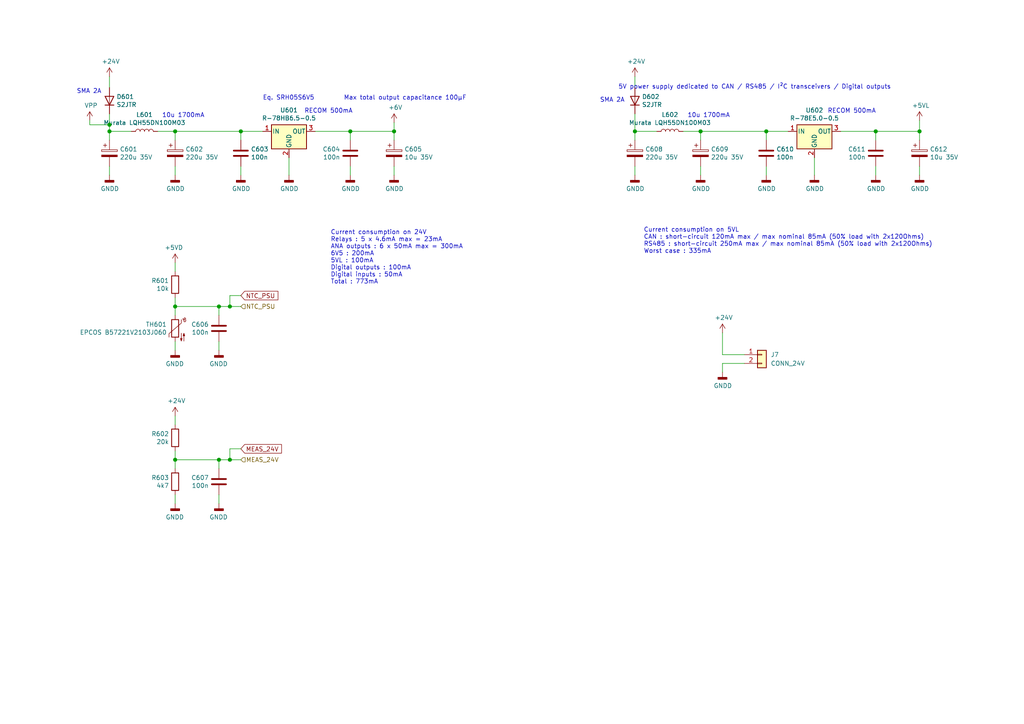
<source format=kicad_sch>
(kicad_sch (version 20211123) (generator eeschema)

  (uuid c853af71-c8a2-453b-b8eb-360fe6d94b57)

  (paper "A4")

  (lib_symbols
    (symbol "Connector_Generic:Conn_01x02" (pin_names (offset 1.016) hide) (in_bom yes) (on_board yes)
      (property "Reference" "J" (id 0) (at 0 2.54 0)
        (effects (font (size 1.27 1.27)))
      )
      (property "Value" "Conn_01x02" (id 1) (at 0 -5.08 0)
        (effects (font (size 1.27 1.27)))
      )
      (property "Footprint" "" (id 2) (at 0 0 0)
        (effects (font (size 1.27 1.27)) hide)
      )
      (property "Datasheet" "~" (id 3) (at 0 0 0)
        (effects (font (size 1.27 1.27)) hide)
      )
      (property "ki_keywords" "connector" (id 4) (at 0 0 0)
        (effects (font (size 1.27 1.27)) hide)
      )
      (property "ki_description" "Generic connector, single row, 01x02, script generated (kicad-library-utils/schlib/autogen/connector/)" (id 5) (at 0 0 0)
        (effects (font (size 1.27 1.27)) hide)
      )
      (property "ki_fp_filters" "Connector*:*_1x??_*" (id 6) (at 0 0 0)
        (effects (font (size 1.27 1.27)) hide)
      )
      (symbol "Conn_01x02_1_1"
        (rectangle (start -1.27 -2.413) (end 0 -2.667)
          (stroke (width 0.1524) (type default) (color 0 0 0 0))
          (fill (type none))
        )
        (rectangle (start -1.27 0.127) (end 0 -0.127)
          (stroke (width 0.1524) (type default) (color 0 0 0 0))
          (fill (type none))
        )
        (rectangle (start -1.27 1.27) (end 1.27 -3.81)
          (stroke (width 0.254) (type default) (color 0 0 0 0))
          (fill (type background))
        )
        (pin passive line (at -5.08 0 0) (length 3.81)
          (name "Pin_1" (effects (font (size 1.27 1.27))))
          (number "1" (effects (font (size 1.27 1.27))))
        )
        (pin passive line (at -5.08 -2.54 0) (length 3.81)
          (name "Pin_2" (effects (font (size 1.27 1.27))))
          (number "2" (effects (font (size 1.27 1.27))))
        )
      )
    )
    (symbol "Device:C" (pin_numbers hide) (pin_names (offset 0.254)) (in_bom yes) (on_board yes)
      (property "Reference" "C" (id 0) (at 0.635 2.54 0)
        (effects (font (size 1.27 1.27)) (justify left))
      )
      (property "Value" "C" (id 1) (at 0.635 -2.54 0)
        (effects (font (size 1.27 1.27)) (justify left))
      )
      (property "Footprint" "" (id 2) (at 0.9652 -3.81 0)
        (effects (font (size 1.27 1.27)) hide)
      )
      (property "Datasheet" "~" (id 3) (at 0 0 0)
        (effects (font (size 1.27 1.27)) hide)
      )
      (property "ki_keywords" "cap capacitor" (id 4) (at 0 0 0)
        (effects (font (size 1.27 1.27)) hide)
      )
      (property "ki_description" "Unpolarized capacitor" (id 5) (at 0 0 0)
        (effects (font (size 1.27 1.27)) hide)
      )
      (property "ki_fp_filters" "C_*" (id 6) (at 0 0 0)
        (effects (font (size 1.27 1.27)) hide)
      )
      (symbol "C_0_1"
        (polyline
          (pts
            (xy -2.032 -0.762)
            (xy 2.032 -0.762)
          )
          (stroke (width 0.508) (type default) (color 0 0 0 0))
          (fill (type none))
        )
        (polyline
          (pts
            (xy -2.032 0.762)
            (xy 2.032 0.762)
          )
          (stroke (width 0.508) (type default) (color 0 0 0 0))
          (fill (type none))
        )
      )
      (symbol "C_1_1"
        (pin passive line (at 0 3.81 270) (length 2.794)
          (name "~" (effects (font (size 1.27 1.27))))
          (number "1" (effects (font (size 1.27 1.27))))
        )
        (pin passive line (at 0 -3.81 90) (length 2.794)
          (name "~" (effects (font (size 1.27 1.27))))
          (number "2" (effects (font (size 1.27 1.27))))
        )
      )
    )
    (symbol "Device:CP" (pin_numbers hide) (pin_names (offset 0.254)) (in_bom yes) (on_board yes)
      (property "Reference" "C" (id 0) (at 0.635 2.54 0)
        (effects (font (size 1.27 1.27)) (justify left))
      )
      (property "Value" "CP" (id 1) (at 0.635 -2.54 0)
        (effects (font (size 1.27 1.27)) (justify left))
      )
      (property "Footprint" "" (id 2) (at 0.9652 -3.81 0)
        (effects (font (size 1.27 1.27)) hide)
      )
      (property "Datasheet" "~" (id 3) (at 0 0 0)
        (effects (font (size 1.27 1.27)) hide)
      )
      (property "ki_keywords" "cap capacitor" (id 4) (at 0 0 0)
        (effects (font (size 1.27 1.27)) hide)
      )
      (property "ki_description" "Polarized capacitor" (id 5) (at 0 0 0)
        (effects (font (size 1.27 1.27)) hide)
      )
      (property "ki_fp_filters" "CP_*" (id 6) (at 0 0 0)
        (effects (font (size 1.27 1.27)) hide)
      )
      (symbol "CP_0_1"
        (rectangle (start -2.286 0.508) (end 2.286 1.016)
          (stroke (width 0) (type default) (color 0 0 0 0))
          (fill (type none))
        )
        (polyline
          (pts
            (xy -1.778 2.286)
            (xy -0.762 2.286)
          )
          (stroke (width 0) (type default) (color 0 0 0 0))
          (fill (type none))
        )
        (polyline
          (pts
            (xy -1.27 2.794)
            (xy -1.27 1.778)
          )
          (stroke (width 0) (type default) (color 0 0 0 0))
          (fill (type none))
        )
        (rectangle (start 2.286 -0.508) (end -2.286 -1.016)
          (stroke (width 0) (type default) (color 0 0 0 0))
          (fill (type outline))
        )
      )
      (symbol "CP_1_1"
        (pin passive line (at 0 3.81 270) (length 2.794)
          (name "~" (effects (font (size 1.27 1.27))))
          (number "1" (effects (font (size 1.27 1.27))))
        )
        (pin passive line (at 0 -3.81 90) (length 2.794)
          (name "~" (effects (font (size 1.27 1.27))))
          (number "2" (effects (font (size 1.27 1.27))))
        )
      )
    )
    (symbol "Device:L" (pin_numbers hide) (pin_names (offset 1.016) hide) (in_bom yes) (on_board yes)
      (property "Reference" "L" (id 0) (at -1.27 0 90)
        (effects (font (size 1.27 1.27)))
      )
      (property "Value" "L" (id 1) (at 1.905 0 90)
        (effects (font (size 1.27 1.27)))
      )
      (property "Footprint" "" (id 2) (at 0 0 0)
        (effects (font (size 1.27 1.27)) hide)
      )
      (property "Datasheet" "~" (id 3) (at 0 0 0)
        (effects (font (size 1.27 1.27)) hide)
      )
      (property "ki_keywords" "inductor choke coil reactor magnetic" (id 4) (at 0 0 0)
        (effects (font (size 1.27 1.27)) hide)
      )
      (property "ki_description" "Inductor" (id 5) (at 0 0 0)
        (effects (font (size 1.27 1.27)) hide)
      )
      (property "ki_fp_filters" "Choke_* *Coil* Inductor_* L_*" (id 6) (at 0 0 0)
        (effects (font (size 1.27 1.27)) hide)
      )
      (symbol "L_0_1"
        (arc (start 0 -2.54) (mid 0.635 -1.905) (end 0 -1.27)
          (stroke (width 0) (type default) (color 0 0 0 0))
          (fill (type none))
        )
        (arc (start 0 -1.27) (mid 0.635 -0.635) (end 0 0)
          (stroke (width 0) (type default) (color 0 0 0 0))
          (fill (type none))
        )
        (arc (start 0 0) (mid 0.635 0.635) (end 0 1.27)
          (stroke (width 0) (type default) (color 0 0 0 0))
          (fill (type none))
        )
        (arc (start 0 1.27) (mid 0.635 1.905) (end 0 2.54)
          (stroke (width 0) (type default) (color 0 0 0 0))
          (fill (type none))
        )
      )
      (symbol "L_1_1"
        (pin passive line (at 0 3.81 270) (length 1.27)
          (name "1" (effects (font (size 1.27 1.27))))
          (number "1" (effects (font (size 1.27 1.27))))
        )
        (pin passive line (at 0 -3.81 90) (length 1.27)
          (name "2" (effects (font (size 1.27 1.27))))
          (number "2" (effects (font (size 1.27 1.27))))
        )
      )
    )
    (symbol "Device:R" (pin_numbers hide) (pin_names (offset 0)) (in_bom yes) (on_board yes)
      (property "Reference" "R" (id 0) (at 2.032 0 90)
        (effects (font (size 1.27 1.27)))
      )
      (property "Value" "R" (id 1) (at 0 0 90)
        (effects (font (size 1.27 1.27)))
      )
      (property "Footprint" "" (id 2) (at -1.778 0 90)
        (effects (font (size 1.27 1.27)) hide)
      )
      (property "Datasheet" "~" (id 3) (at 0 0 0)
        (effects (font (size 1.27 1.27)) hide)
      )
      (property "ki_keywords" "R res resistor" (id 4) (at 0 0 0)
        (effects (font (size 1.27 1.27)) hide)
      )
      (property "ki_description" "Resistor" (id 5) (at 0 0 0)
        (effects (font (size 1.27 1.27)) hide)
      )
      (property "ki_fp_filters" "R_*" (id 6) (at 0 0 0)
        (effects (font (size 1.27 1.27)) hide)
      )
      (symbol "R_0_1"
        (rectangle (start -1.016 -2.54) (end 1.016 2.54)
          (stroke (width 0.254) (type default) (color 0 0 0 0))
          (fill (type none))
        )
      )
      (symbol "R_1_1"
        (pin passive line (at 0 3.81 270) (length 1.27)
          (name "~" (effects (font (size 1.27 1.27))))
          (number "1" (effects (font (size 1.27 1.27))))
        )
        (pin passive line (at 0 -3.81 90) (length 1.27)
          (name "~" (effects (font (size 1.27 1.27))))
          (number "2" (effects (font (size 1.27 1.27))))
        )
      )
    )
    (symbol "Device:Thermistor_NTC" (pin_numbers hide) (pin_names (offset 0)) (in_bom yes) (on_board yes)
      (property "Reference" "TH" (id 0) (at -4.445 0 90)
        (effects (font (size 1.27 1.27)))
      )
      (property "Value" "Thermistor_NTC" (id 1) (at 3.175 0 90)
        (effects (font (size 1.27 1.27)))
      )
      (property "Footprint" "" (id 2) (at 0 1.27 0)
        (effects (font (size 1.27 1.27)) hide)
      )
      (property "Datasheet" "~" (id 3) (at 0 1.27 0)
        (effects (font (size 1.27 1.27)) hide)
      )
      (property "ki_keywords" "thermistor NTC resistor sensor RTD" (id 4) (at 0 0 0)
        (effects (font (size 1.27 1.27)) hide)
      )
      (property "ki_description" "Temperature dependent resistor, negative temperature coefficient" (id 5) (at 0 0 0)
        (effects (font (size 1.27 1.27)) hide)
      )
      (property "ki_fp_filters" "*NTC* *Thermistor* PIN?ARRAY* bornier* *Terminal?Block* R_*" (id 6) (at 0 0 0)
        (effects (font (size 1.27 1.27)) hide)
      )
      (symbol "Thermistor_NTC_0_1"
        (arc (start -3.048 2.159) (mid -3.0505 2.3165) (end -3.175 2.413)
          (stroke (width 0) (type default) (color 0 0 0 0))
          (fill (type none))
        )
        (arc (start -3.048 2.159) (mid -2.9736 1.9794) (end -2.794 1.905)
          (stroke (width 0) (type default) (color 0 0 0 0))
          (fill (type none))
        )
        (arc (start -3.048 2.794) (mid -2.9736 2.6144) (end -2.794 2.54)
          (stroke (width 0) (type default) (color 0 0 0 0))
          (fill (type none))
        )
        (arc (start -2.794 1.905) (mid -2.6144 1.9794) (end -2.54 2.159)
          (stroke (width 0) (type default) (color 0 0 0 0))
          (fill (type none))
        )
        (arc (start -2.794 2.54) (mid -2.434 2.5608) (end -2.159 2.794)
          (stroke (width 0) (type default) (color 0 0 0 0))
          (fill (type none))
        )
        (arc (start -2.794 3.048) (mid -2.9736 2.9736) (end -3.048 2.794)
          (stroke (width 0) (type default) (color 0 0 0 0))
          (fill (type none))
        )
        (arc (start -2.54 2.794) (mid -2.6144 2.9736) (end -2.794 3.048)
          (stroke (width 0) (type default) (color 0 0 0 0))
          (fill (type none))
        )
        (rectangle (start -1.016 2.54) (end 1.016 -2.54)
          (stroke (width 0.254) (type default) (color 0 0 0 0))
          (fill (type none))
        )
        (polyline
          (pts
            (xy -2.54 2.159)
            (xy -2.54 2.794)
          )
          (stroke (width 0) (type default) (color 0 0 0 0))
          (fill (type none))
        )
        (polyline
          (pts
            (xy -1.778 2.54)
            (xy -1.778 1.524)
            (xy 1.778 -1.524)
            (xy 1.778 -2.54)
          )
          (stroke (width 0) (type default) (color 0 0 0 0))
          (fill (type none))
        )
        (polyline
          (pts
            (xy -2.54 -3.683)
            (xy -2.54 -1.397)
            (xy -2.794 -2.159)
            (xy -2.286 -2.159)
            (xy -2.54 -1.397)
            (xy -2.54 -1.651)
          )
          (stroke (width 0) (type default) (color 0 0 0 0))
          (fill (type outline))
        )
        (polyline
          (pts
            (xy -1.778 -1.397)
            (xy -1.778 -3.683)
            (xy -2.032 -2.921)
            (xy -1.524 -2.921)
            (xy -1.778 -3.683)
            (xy -1.778 -3.429)
          )
          (stroke (width 0) (type default) (color 0 0 0 0))
          (fill (type outline))
        )
      )
      (symbol "Thermistor_NTC_1_1"
        (pin passive line (at 0 3.81 270) (length 1.27)
          (name "~" (effects (font (size 1.27 1.27))))
          (number "1" (effects (font (size 1.27 1.27))))
        )
        (pin passive line (at 0 -3.81 90) (length 1.27)
          (name "~" (effects (font (size 1.27 1.27))))
          (number "2" (effects (font (size 1.27 1.27))))
        )
      )
    )
    (symbol "Diode:S2JTR" (pin_numbers hide) (pin_names (offset 1.016) hide) (in_bom yes) (on_board yes)
      (property "Reference" "D" (id 0) (at 0 2.54 0)
        (effects (font (size 1.27 1.27)))
      )
      (property "Value" "S2JTR" (id 1) (at 0 -2.54 0)
        (effects (font (size 1.27 1.27)))
      )
      (property "Footprint" "Diode_SMD:D_SMB" (id 2) (at 0 -4.445 0)
        (effects (font (size 1.27 1.27)) hide)
      )
      (property "Datasheet" "http://www.smc-diodes.com/propdf/S2A-S2M%20N0562%20REV.A.pdf" (id 3) (at 0 0 0)
        (effects (font (size 1.27 1.27)) hide)
      )
      (property "ki_keywords" "diode" (id 4) (at 0 0 0)
        (effects (font (size 1.27 1.27)) hide)
      )
      (property "ki_description" "600V 2A General Purpose Rectifier Diode, SMB" (id 5) (at 0 0 0)
        (effects (font (size 1.27 1.27)) hide)
      )
      (property "ki_fp_filters" "*D?SMB*" (id 6) (at 0 0 0)
        (effects (font (size 1.27 1.27)) hide)
      )
      (symbol "S2JTR_0_1"
        (polyline
          (pts
            (xy -1.27 1.27)
            (xy -1.27 -1.27)
          )
          (stroke (width 0.254) (type default) (color 0 0 0 0))
          (fill (type none))
        )
        (polyline
          (pts
            (xy 1.27 0)
            (xy -1.27 0)
          )
          (stroke (width 0) (type default) (color 0 0 0 0))
          (fill (type none))
        )
        (polyline
          (pts
            (xy 1.27 1.27)
            (xy 1.27 -1.27)
            (xy -1.27 0)
            (xy 1.27 1.27)
          )
          (stroke (width 0.254) (type default) (color 0 0 0 0))
          (fill (type none))
        )
      )
      (symbol "S2JTR_1_1"
        (pin passive line (at -3.81 0 0) (length 2.54)
          (name "K" (effects (font (size 1.27 1.27))))
          (number "1" (effects (font (size 1.27 1.27))))
        )
        (pin passive line (at 3.81 0 180) (length 2.54)
          (name "A" (effects (font (size 1.27 1.27))))
          (number "2" (effects (font (size 1.27 1.27))))
        )
      )
    )
    (symbol "Regulator_Switching:R-78E5.0-0.5" (pin_names (offset 0.254)) (in_bom yes) (on_board yes)
      (property "Reference" "U" (id 0) (at -3.81 3.175 0)
        (effects (font (size 1.27 1.27)))
      )
      (property "Value" "R-78E5.0-0.5" (id 1) (at 0 3.175 0)
        (effects (font (size 1.27 1.27)) (justify left))
      )
      (property "Footprint" "Converter_DCDC:Converter_DCDC_RECOM_R-78E-0.5_THT" (id 2) (at 1.27 -6.35 0)
        (effects (font (size 1.27 1.27) italic) (justify left) hide)
      )
      (property "Datasheet" "https://www.recom-power.com/pdf/Innoline/R-78Exx-0.5.pdf" (id 3) (at 0 0 0)
        (effects (font (size 1.27 1.27)) hide)
      )
      (property "ki_keywords" "dc-dc recom Step-Down DC/DC-Regulator" (id 4) (at 0 0 0)
        (effects (font (size 1.27 1.27)) hide)
      )
      (property "ki_description" "500mA Step-Down DC/DC-Regulator, 7-28V input, 5V fixed Output Voltage, LM78xx replacement, -40°C to +85°C, SIP3" (id 5) (at 0 0 0)
        (effects (font (size 1.27 1.27)) hide)
      )
      (property "ki_fp_filters" "Converter*DCDC*RECOM*R*78E*0.5*" (id 6) (at 0 0 0)
        (effects (font (size 1.27 1.27)) hide)
      )
      (symbol "R-78E5.0-0.5_0_1"
        (rectangle (start -5.08 1.905) (end 5.08 -5.08)
          (stroke (width 0.254) (type default) (color 0 0 0 0))
          (fill (type background))
        )
      )
      (symbol "R-78E5.0-0.5_1_1"
        (pin power_in line (at -7.62 0 0) (length 2.54)
          (name "IN" (effects (font (size 1.27 1.27))))
          (number "1" (effects (font (size 1.27 1.27))))
        )
        (pin power_in line (at 0 -7.62 90) (length 2.54)
          (name "GND" (effects (font (size 1.27 1.27))))
          (number "2" (effects (font (size 1.27 1.27))))
        )
        (pin power_out line (at 7.62 0 180) (length 2.54)
          (name "OUT" (effects (font (size 1.27 1.27))))
          (number "3" (effects (font (size 1.27 1.27))))
        )
      )
    )
    (symbol "Regulator_Switching:R-78HB6.5-0.5" (pin_names (offset 0.254)) (in_bom yes) (on_board yes)
      (property "Reference" "U" (id 0) (at -3.81 3.175 0)
        (effects (font (size 1.27 1.27)))
      )
      (property "Value" "R-78HB6.5-0.5" (id 1) (at 0 3.175 0)
        (effects (font (size 1.27 1.27)) (justify left))
      )
      (property "Footprint" "Converter_DCDC:Converter_DCDC_RECOM_R-78HB-0.5_THT" (id 2) (at 1.27 -6.35 0)
        (effects (font (size 1.27 1.27) italic) (justify left) hide)
      )
      (property "Datasheet" "https://www.recom-power.com/pdf/Innoline/R-78HBxx-0.5_L.pdf" (id 3) (at 0 0 0)
        (effects (font (size 1.27 1.27)) hide)
      )
      (property "ki_keywords" "dc-dc recom Step-Down DC/DC-Regulator" (id 4) (at 0 0 0)
        (effects (font (size 1.27 1.27)) hide)
      )
      (property "ki_description" "500mA Step-Down DC/DC-Regulator, 9-72V input, 6.5V fixed Output Voltage, LM78xx replacement, -40°C to +85°C, SIP3" (id 5) (at 0 0 0)
        (effects (font (size 1.27 1.27)) hide)
      )
      (property "ki_fp_filters" "Converter*DCDC*RECOM*R*78HB*0.5*" (id 6) (at 0 0 0)
        (effects (font (size 1.27 1.27)) hide)
      )
      (symbol "R-78HB6.5-0.5_0_1"
        (rectangle (start -5.08 1.905) (end 5.08 -5.08)
          (stroke (width 0.254) (type default) (color 0 0 0 0))
          (fill (type background))
        )
      )
      (symbol "R-78HB6.5-0.5_1_1"
        (pin power_in line (at -7.62 0 0) (length 2.54)
          (name "IN" (effects (font (size 1.27 1.27))))
          (number "1" (effects (font (size 1.27 1.27))))
        )
        (pin power_in line (at 0 -7.62 90) (length 2.54)
          (name "GND" (effects (font (size 1.27 1.27))))
          (number "2" (effects (font (size 1.27 1.27))))
        )
        (pin power_out line (at 7.62 0 180) (length 2.54)
          (name "OUT" (effects (font (size 1.27 1.27))))
          (number "3" (effects (font (size 1.27 1.27))))
        )
      )
    )
    (symbol "power:+24V" (power) (pin_names (offset 0)) (in_bom yes) (on_board yes)
      (property "Reference" "#PWR" (id 0) (at 0 -3.81 0)
        (effects (font (size 1.27 1.27)) hide)
      )
      (property "Value" "+24V" (id 1) (at 0 3.556 0)
        (effects (font (size 1.27 1.27)))
      )
      (property "Footprint" "" (id 2) (at 0 0 0)
        (effects (font (size 1.27 1.27)) hide)
      )
      (property "Datasheet" "" (id 3) (at 0 0 0)
        (effects (font (size 1.27 1.27)) hide)
      )
      (property "ki_keywords" "power-flag" (id 4) (at 0 0 0)
        (effects (font (size 1.27 1.27)) hide)
      )
      (property "ki_description" "Power symbol creates a global label with name \"+24V\"" (id 5) (at 0 0 0)
        (effects (font (size 1.27 1.27)) hide)
      )
      (symbol "+24V_0_1"
        (polyline
          (pts
            (xy -0.762 1.27)
            (xy 0 2.54)
          )
          (stroke (width 0) (type default) (color 0 0 0 0))
          (fill (type none))
        )
        (polyline
          (pts
            (xy 0 0)
            (xy 0 2.54)
          )
          (stroke (width 0) (type default) (color 0 0 0 0))
          (fill (type none))
        )
        (polyline
          (pts
            (xy 0 2.54)
            (xy 0.762 1.27)
          )
          (stroke (width 0) (type default) (color 0 0 0 0))
          (fill (type none))
        )
      )
      (symbol "+24V_1_1"
        (pin power_in line (at 0 0 90) (length 0) hide
          (name "+24V" (effects (font (size 1.27 1.27))))
          (number "1" (effects (font (size 1.27 1.27))))
        )
      )
    )
    (symbol "power:+5VD" (power) (pin_names (offset 0)) (in_bom yes) (on_board yes)
      (property "Reference" "#PWR" (id 0) (at 0 -3.81 0)
        (effects (font (size 1.27 1.27)) hide)
      )
      (property "Value" "+5VD" (id 1) (at 0 3.556 0)
        (effects (font (size 1.27 1.27)))
      )
      (property "Footprint" "" (id 2) (at 0 0 0)
        (effects (font (size 1.27 1.27)) hide)
      )
      (property "Datasheet" "" (id 3) (at 0 0 0)
        (effects (font (size 1.27 1.27)) hide)
      )
      (property "ki_keywords" "power-flag" (id 4) (at 0 0 0)
        (effects (font (size 1.27 1.27)) hide)
      )
      (property "ki_description" "Power symbol creates a global label with name \"+5VD\"" (id 5) (at 0 0 0)
        (effects (font (size 1.27 1.27)) hide)
      )
      (symbol "+5VD_0_1"
        (polyline
          (pts
            (xy -0.762 1.27)
            (xy 0 2.54)
          )
          (stroke (width 0) (type default) (color 0 0 0 0))
          (fill (type none))
        )
        (polyline
          (pts
            (xy 0 0)
            (xy 0 2.54)
          )
          (stroke (width 0) (type default) (color 0 0 0 0))
          (fill (type none))
        )
        (polyline
          (pts
            (xy 0 2.54)
            (xy 0.762 1.27)
          )
          (stroke (width 0) (type default) (color 0 0 0 0))
          (fill (type none))
        )
      )
      (symbol "+5VD_1_1"
        (pin power_in line (at 0 0 90) (length 0) hide
          (name "+5VD" (effects (font (size 1.27 1.27))))
          (number "1" (effects (font (size 1.27 1.27))))
        )
      )
    )
    (symbol "power:+5VL" (power) (pin_names (offset 0)) (in_bom yes) (on_board yes)
      (property "Reference" "#PWR" (id 0) (at 0 -3.81 0)
        (effects (font (size 1.27 1.27)) hide)
      )
      (property "Value" "+5VL" (id 1) (at 0 3.556 0)
        (effects (font (size 1.27 1.27)))
      )
      (property "Footprint" "" (id 2) (at 0 0 0)
        (effects (font (size 1.27 1.27)) hide)
      )
      (property "Datasheet" "" (id 3) (at 0 0 0)
        (effects (font (size 1.27 1.27)) hide)
      )
      (property "ki_keywords" "power-flag" (id 4) (at 0 0 0)
        (effects (font (size 1.27 1.27)) hide)
      )
      (property "ki_description" "Power symbol creates a global label with name \"+5VL\"" (id 5) (at 0 0 0)
        (effects (font (size 1.27 1.27)) hide)
      )
      (symbol "+5VL_0_1"
        (polyline
          (pts
            (xy -0.762 1.27)
            (xy 0 2.54)
          )
          (stroke (width 0) (type default) (color 0 0 0 0))
          (fill (type none))
        )
        (polyline
          (pts
            (xy 0 0)
            (xy 0 2.54)
          )
          (stroke (width 0) (type default) (color 0 0 0 0))
          (fill (type none))
        )
        (polyline
          (pts
            (xy 0 2.54)
            (xy 0.762 1.27)
          )
          (stroke (width 0) (type default) (color 0 0 0 0))
          (fill (type none))
        )
      )
      (symbol "+5VL_1_1"
        (pin power_in line (at 0 0 90) (length 0) hide
          (name "+5VL" (effects (font (size 1.27 1.27))))
          (number "1" (effects (font (size 1.27 1.27))))
        )
      )
    )
    (symbol "power:+6V" (power) (pin_names (offset 0)) (in_bom yes) (on_board yes)
      (property "Reference" "#PWR" (id 0) (at 0 -3.81 0)
        (effects (font (size 1.27 1.27)) hide)
      )
      (property "Value" "+6V" (id 1) (at 0 3.556 0)
        (effects (font (size 1.27 1.27)))
      )
      (property "Footprint" "" (id 2) (at 0 0 0)
        (effects (font (size 1.27 1.27)) hide)
      )
      (property "Datasheet" "" (id 3) (at 0 0 0)
        (effects (font (size 1.27 1.27)) hide)
      )
      (property "ki_keywords" "power-flag" (id 4) (at 0 0 0)
        (effects (font (size 1.27 1.27)) hide)
      )
      (property "ki_description" "Power symbol creates a global label with name \"+6V\"" (id 5) (at 0 0 0)
        (effects (font (size 1.27 1.27)) hide)
      )
      (symbol "+6V_0_1"
        (polyline
          (pts
            (xy -0.762 1.27)
            (xy 0 2.54)
          )
          (stroke (width 0) (type default) (color 0 0 0 0))
          (fill (type none))
        )
        (polyline
          (pts
            (xy 0 0)
            (xy 0 2.54)
          )
          (stroke (width 0) (type default) (color 0 0 0 0))
          (fill (type none))
        )
        (polyline
          (pts
            (xy 0 2.54)
            (xy 0.762 1.27)
          )
          (stroke (width 0) (type default) (color 0 0 0 0))
          (fill (type none))
        )
      )
      (symbol "+6V_1_1"
        (pin power_in line (at 0 0 90) (length 0) hide
          (name "+6V" (effects (font (size 1.27 1.27))))
          (number "1" (effects (font (size 1.27 1.27))))
        )
      )
    )
    (symbol "power:GNDD" (power) (pin_names (offset 0)) (in_bom yes) (on_board yes)
      (property "Reference" "#PWR" (id 0) (at 0 -6.35 0)
        (effects (font (size 1.27 1.27)) hide)
      )
      (property "Value" "GNDD" (id 1) (at 0 -3.175 0)
        (effects (font (size 1.27 1.27)))
      )
      (property "Footprint" "" (id 2) (at 0 0 0)
        (effects (font (size 1.27 1.27)) hide)
      )
      (property "Datasheet" "" (id 3) (at 0 0 0)
        (effects (font (size 1.27 1.27)) hide)
      )
      (property "ki_keywords" "power-flag" (id 4) (at 0 0 0)
        (effects (font (size 1.27 1.27)) hide)
      )
      (property "ki_description" "Power symbol creates a global label with name \"GNDD\" , digital ground" (id 5) (at 0 0 0)
        (effects (font (size 1.27 1.27)) hide)
      )
      (symbol "GNDD_0_1"
        (rectangle (start -1.27 -1.524) (end 1.27 -2.032)
          (stroke (width 0.254) (type default) (color 0 0 0 0))
          (fill (type outline))
        )
        (polyline
          (pts
            (xy 0 0)
            (xy 0 -1.524)
          )
          (stroke (width 0) (type default) (color 0 0 0 0))
          (fill (type none))
        )
      )
      (symbol "GNDD_1_1"
        (pin power_in line (at 0 0 270) (length 0) hide
          (name "GNDD" (effects (font (size 1.27 1.27))))
          (number "1" (effects (font (size 1.27 1.27))))
        )
      )
    )
    (symbol "power:VPP" (power) (pin_names (offset 0)) (in_bom yes) (on_board yes)
      (property "Reference" "#PWR" (id 0) (at 0 -3.81 0)
        (effects (font (size 1.27 1.27)) hide)
      )
      (property "Value" "VPP" (id 1) (at 0 3.81 0)
        (effects (font (size 1.27 1.27)))
      )
      (property "Footprint" "" (id 2) (at 0 0 0)
        (effects (font (size 1.27 1.27)) hide)
      )
      (property "Datasheet" "" (id 3) (at 0 0 0)
        (effects (font (size 1.27 1.27)) hide)
      )
      (property "ki_keywords" "power-flag" (id 4) (at 0 0 0)
        (effects (font (size 1.27 1.27)) hide)
      )
      (property "ki_description" "Power symbol creates a global label with name \"VPP\"" (id 5) (at 0 0 0)
        (effects (font (size 1.27 1.27)) hide)
      )
      (symbol "VPP_0_1"
        (polyline
          (pts
            (xy -0.762 1.27)
            (xy 0 2.54)
          )
          (stroke (width 0) (type default) (color 0 0 0 0))
          (fill (type none))
        )
        (polyline
          (pts
            (xy 0 0)
            (xy 0 2.54)
          )
          (stroke (width 0) (type default) (color 0 0 0 0))
          (fill (type none))
        )
        (polyline
          (pts
            (xy 0 2.54)
            (xy 0.762 1.27)
          )
          (stroke (width 0) (type default) (color 0 0 0 0))
          (fill (type none))
        )
      )
      (symbol "VPP_1_1"
        (pin power_in line (at 0 0 90) (length 0) hide
          (name "VPP" (effects (font (size 1.27 1.27))))
          (number "1" (effects (font (size 1.27 1.27))))
        )
      )
    )
  )

  (junction (at 63.5 133.35) (diameter 1.016) (color 0 0 0 0)
    (uuid 22abab2e-9885-4da7-9852-348f356dd096)
  )
  (junction (at 31.75 36.195) (diameter 1.016) (color 0 0 0 0)
    (uuid 4e72994f-410e-42ab-a8f9-f801527ca6d0)
  )
  (junction (at 69.85 38.1) (diameter 1.016) (color 0 0 0 0)
    (uuid 58a22765-7f2e-4f66-9ea8-f56fcca75dda)
  )
  (junction (at 50.8 38.1) (diameter 1.016) (color 0 0 0 0)
    (uuid 7da919a6-904e-41c7-b0f6-91d865a93890)
  )
  (junction (at 266.7 38.1) (diameter 1.016) (color 0 0 0 0)
    (uuid 83fee08f-7316-4ff9-a4fd-e9a9372f4d8f)
  )
  (junction (at 203.2 38.1) (diameter 1.016) (color 0 0 0 0)
    (uuid 9256f7aa-4f1a-4001-bdef-7fbb32e451e0)
  )
  (junction (at 222.25 38.1) (diameter 1.016) (color 0 0 0 0)
    (uuid 94e689a1-e70f-45cb-8a5b-dc77827f725b)
  )
  (junction (at 63.5 88.9) (diameter 1.016) (color 0 0 0 0)
    (uuid 99a76074-fcd3-4150-83c8-79f76bdad1c5)
  )
  (junction (at 50.8 88.9) (diameter 1.016) (color 0 0 0 0)
    (uuid b748f219-0f44-41d7-bcf2-9a96e7f8b594)
  )
  (junction (at 101.6 38.1) (diameter 1.016) (color 0 0 0 0)
    (uuid b9e0ba15-f372-4a9e-a627-d594778258ac)
  )
  (junction (at 254 38.1) (diameter 1.016) (color 0 0 0 0)
    (uuid be0c7a50-2d41-4fd6-8c28-37a4cf00d900)
  )
  (junction (at 66.675 133.35) (diameter 1.016) (color 0 0 0 0)
    (uuid cc016ca4-b9a4-4d80-91ba-91d6e0df5bcc)
  )
  (junction (at 114.3 38.1) (diameter 1.016) (color 0 0 0 0)
    (uuid d28c26df-aeff-4f6a-a1dc-f734efaf55cb)
  )
  (junction (at 31.75 38.1) (diameter 1.016) (color 0 0 0 0)
    (uuid da61999d-a804-4700-a8ed-895bc2af0a31)
  )
  (junction (at 50.8 133.35) (diameter 1.016) (color 0 0 0 0)
    (uuid dcff1695-539e-442e-afee-9485378ce13a)
  )
  (junction (at 66.675 88.9) (diameter 1.016) (color 0 0 0 0)
    (uuid dea160a0-c7eb-439d-aa99-b60757115fc7)
  )
  (junction (at 184.15 38.1) (diameter 1.016) (color 0 0 0 0)
    (uuid eb5c3818-51cd-4092-a6a2-1d306912382e)
  )

  (wire (pts (xy 50.8 99.06) (xy 50.8 101.6))
    (stroke (width 0) (type solid) (color 0 0 0 0))
    (uuid 00cd25bb-9ddf-4fa1-a2f2-3dabb6110022)
  )
  (wire (pts (xy 254 48.26) (xy 254 50.8))
    (stroke (width 0) (type solid) (color 0 0 0 0))
    (uuid 0dd234b2-7c11-430b-bdd7-2727b6c7460b)
  )
  (wire (pts (xy 69.85 85.725) (xy 66.675 85.725))
    (stroke (width 0) (type solid) (color 0 0 0 0))
    (uuid 0e7dfedd-a00b-496b-b02a-008d40d712f4)
  )
  (wire (pts (xy 69.85 40.64) (xy 69.85 38.1))
    (stroke (width 0) (type solid) (color 0 0 0 0))
    (uuid 12d3f8c4-0cc7-403d-a50c-0b48c97bcea6)
  )
  (wire (pts (xy 266.7 50.8) (xy 266.7 48.26))
    (stroke (width 0) (type solid) (color 0 0 0 0))
    (uuid 1505c10b-1772-4b0d-b7e4-30961ee4aa49)
  )
  (wire (pts (xy 63.5 91.44) (xy 63.5 88.9))
    (stroke (width 0) (type solid) (color 0 0 0 0))
    (uuid 1952b6af-b492-4e18-9e5b-de07226d32a1)
  )
  (wire (pts (xy 26.035 36.195) (xy 31.75 36.195))
    (stroke (width 0) (type solid) (color 0 0 0 0))
    (uuid 1ef9945d-a1da-48f8-94eb-f217f9ef9641)
  )
  (wire (pts (xy 69.85 88.9) (xy 66.675 88.9))
    (stroke (width 0) (type solid) (color 0 0 0 0))
    (uuid 21b885dc-1bb0-4a4f-a0b3-824d27bfd042)
  )
  (wire (pts (xy 184.15 48.26) (xy 184.15 50.8))
    (stroke (width 0) (type solid) (color 0 0 0 0))
    (uuid 22667e5a-4efe-4f97-9a0b-6ecb957c1ab2)
  )
  (wire (pts (xy 236.22 45.72) (xy 236.22 50.8))
    (stroke (width 0) (type solid) (color 0 0 0 0))
    (uuid 29aa7494-0e1d-47c4-a715-22229231e124)
  )
  (wire (pts (xy 222.25 38.1) (xy 228.6 38.1))
    (stroke (width 0) (type solid) (color 0 0 0 0))
    (uuid 29d5cab3-3871-4e5c-8c08-fd63a173129e)
  )
  (wire (pts (xy 184.15 22.225) (xy 184.15 25.4))
    (stroke (width 0) (type solid) (color 0 0 0 0))
    (uuid 2b6f4dfd-1b96-48c1-81d5-71dc6ea595f9)
  )
  (wire (pts (xy 38.1 38.1) (xy 31.75 38.1))
    (stroke (width 0) (type solid) (color 0 0 0 0))
    (uuid 2bc11235-5f75-442f-a96f-157796ee835d)
  )
  (wire (pts (xy 69.85 133.35) (xy 66.675 133.35))
    (stroke (width 0) (type solid) (color 0 0 0 0))
    (uuid 2be221b3-7b23-4bb8-87a0-38e8158e20f7)
  )
  (wire (pts (xy 50.8 38.1) (xy 69.85 38.1))
    (stroke (width 0) (type solid) (color 0 0 0 0))
    (uuid 2dbbc58d-dd9a-42ee-a1e5-84c5777d9c4e)
  )
  (wire (pts (xy 69.85 130.175) (xy 66.675 130.175))
    (stroke (width 0) (type solid) (color 0 0 0 0))
    (uuid 3071839c-8ffb-4987-b365-361b5fb0c732)
  )
  (wire (pts (xy 184.15 38.1) (xy 184.15 40.64))
    (stroke (width 0) (type solid) (color 0 0 0 0))
    (uuid 37f347b8-dd60-4719-a574-068103fb58b6)
  )
  (wire (pts (xy 50.8 130.81) (xy 50.8 133.35))
    (stroke (width 0) (type solid) (color 0 0 0 0))
    (uuid 38099a29-87a9-4e61-875f-4683bb6f9f7a)
  )
  (wire (pts (xy 222.25 48.26) (xy 222.25 50.8))
    (stroke (width 0) (type solid) (color 0 0 0 0))
    (uuid 38f20936-cbd6-4484-9503-0af1eb238b94)
  )
  (wire (pts (xy 50.8 38.1) (xy 45.72 38.1))
    (stroke (width 0) (type solid) (color 0 0 0 0))
    (uuid 396cdbcf-8fce-4f26-b42e-20d8d5c42886)
  )
  (wire (pts (xy 50.8 76.2) (xy 50.8 78.74))
    (stroke (width 0) (type solid) (color 0 0 0 0))
    (uuid 3a5fedfe-8732-4923-aeaf-314b2953f68a)
  )
  (wire (pts (xy 69.85 38.1) (xy 76.2 38.1))
    (stroke (width 0) (type solid) (color 0 0 0 0))
    (uuid 3b6c3227-3463-4e57-97bc-544494694276)
  )
  (wire (pts (xy 63.5 133.35) (xy 50.8 133.35))
    (stroke (width 0) (type solid) (color 0 0 0 0))
    (uuid 3c225b83-d1dd-4d8e-bc57-5b76b698626e)
  )
  (wire (pts (xy 222.25 38.1) (xy 222.25 40.64))
    (stroke (width 0) (type solid) (color 0 0 0 0))
    (uuid 3c274310-2912-4a8f-bfe8-10d93813d040)
  )
  (wire (pts (xy 91.44 38.1) (xy 101.6 38.1))
    (stroke (width 0) (type solid) (color 0 0 0 0))
    (uuid 46715ed1-e580-4489-8b7d-83557ee1a3fd)
  )
  (wire (pts (xy 63.5 88.9) (xy 50.8 88.9))
    (stroke (width 0) (type solid) (color 0 0 0 0))
    (uuid 4764a111-3145-4a66-ac99-e6b44a78e987)
  )
  (wire (pts (xy 50.8 120.65) (xy 50.8 123.19))
    (stroke (width 0) (type solid) (color 0 0 0 0))
    (uuid 4ebce314-b80e-43a8-9e30-8c7c20c01596)
  )
  (wire (pts (xy 66.675 85.725) (xy 66.675 88.9))
    (stroke (width 0) (type solid) (color 0 0 0 0))
    (uuid 5602dbd9-4856-43e5-b91a-615730046154)
  )
  (wire (pts (xy 266.7 38.1) (xy 266.7 40.64))
    (stroke (width 0) (type solid) (color 0 0 0 0))
    (uuid 5696279b-3357-4598-9bf5-211457ad61fb)
  )
  (wire (pts (xy 209.55 96.52) (xy 209.55 102.87))
    (stroke (width 0) (type solid) (color 0 0 0 0))
    (uuid 56acf507-d63f-4eec-a8c5-c8373ef5c8e5)
  )
  (wire (pts (xy 209.55 102.87) (xy 215.9 102.87))
    (stroke (width 0) (type solid) (color 0 0 0 0))
    (uuid 56acf507-d63f-4eec-a8c5-c8373ef5c8e6)
  )
  (wire (pts (xy 50.8 133.35) (xy 50.8 135.89))
    (stroke (width 0) (type solid) (color 0 0 0 0))
    (uuid 5a003f38-d004-4eb8-a5ea-42d17e2c69cc)
  )
  (wire (pts (xy 209.55 105.41) (xy 209.55 107.95))
    (stroke (width 0) (type solid) (color 0 0 0 0))
    (uuid 5dccdee9-8906-49f3-83de-e7e7bcba8e58)
  )
  (wire (pts (xy 215.9 105.41) (xy 209.55 105.41))
    (stroke (width 0) (type solid) (color 0 0 0 0))
    (uuid 5dccdee9-8906-49f3-83de-e7e7bcba8e59)
  )
  (wire (pts (xy 31.75 33.02) (xy 31.75 36.195))
    (stroke (width 0) (type solid) (color 0 0 0 0))
    (uuid 66d966a6-fcf7-4667-85dc-da2ca623b29d)
  )
  (wire (pts (xy 69.85 48.26) (xy 69.85 50.8))
    (stroke (width 0) (type solid) (color 0 0 0 0))
    (uuid 67f9fda2-405b-4c3f-9d0f-8fa69faab6a0)
  )
  (wire (pts (xy 114.3 38.1) (xy 114.3 35.56))
    (stroke (width 0) (type solid) (color 0 0 0 0))
    (uuid 692e1ef9-e322-4373-9fb2-f40422bc78f6)
  )
  (wire (pts (xy 203.2 48.26) (xy 203.2 50.8))
    (stroke (width 0) (type solid) (color 0 0 0 0))
    (uuid 6f217ff9-0651-487f-8118-f439acf65535)
  )
  (wire (pts (xy 254 38.1) (xy 254 40.64))
    (stroke (width 0) (type solid) (color 0 0 0 0))
    (uuid 842f8829-49a0-4c4b-ba11-e9b195b34871)
  )
  (wire (pts (xy 50.8 143.51) (xy 50.8 146.05))
    (stroke (width 0) (type solid) (color 0 0 0 0))
    (uuid 8de05867-b2fa-4189-98a1-ff23f5e685d9)
  )
  (wire (pts (xy 50.8 86.36) (xy 50.8 88.9))
    (stroke (width 0) (type solid) (color 0 0 0 0))
    (uuid 8e5a5f26-325c-49f2-92a3-121c00e4e28b)
  )
  (wire (pts (xy 50.8 40.64) (xy 50.8 38.1))
    (stroke (width 0) (type solid) (color 0 0 0 0))
    (uuid 9199f8ef-5681-43ca-b823-5811288b892a)
  )
  (wire (pts (xy 83.82 45.72) (xy 83.82 50.8))
    (stroke (width 0) (type solid) (color 0 0 0 0))
    (uuid 96fe7d1f-5f63-44bb-93d5-c5028ce617bc)
  )
  (wire (pts (xy 31.75 22.225) (xy 31.75 25.4))
    (stroke (width 0) (type solid) (color 0 0 0 0))
    (uuid 9d7faf8c-81d7-4240-b70a-40725867fb3e)
  )
  (wire (pts (xy 31.75 36.195) (xy 31.75 38.1))
    (stroke (width 0) (type solid) (color 0 0 0 0))
    (uuid a048d3d7-61bd-4239-af3d-cbb7380d7eed)
  )
  (wire (pts (xy 66.675 130.175) (xy 66.675 133.35))
    (stroke (width 0) (type solid) (color 0 0 0 0))
    (uuid a0895da3-1cf1-4252-be45-784470be3932)
  )
  (wire (pts (xy 101.6 48.26) (xy 101.6 50.8))
    (stroke (width 0) (type solid) (color 0 0 0 0))
    (uuid a5ebf8fe-c876-4756-8681-53cd7d48bebe)
  )
  (wire (pts (xy 63.5 99.06) (xy 63.5 101.6))
    (stroke (width 0) (type solid) (color 0 0 0 0))
    (uuid a6af1d3a-6314-46e0-8c4a-bfbe032c7120)
  )
  (wire (pts (xy 31.75 48.26) (xy 31.75 50.8))
    (stroke (width 0) (type solid) (color 0 0 0 0))
    (uuid ae1db9ad-7d3b-43df-bb10-3b0a1f77f8ce)
  )
  (wire (pts (xy 101.6 38.1) (xy 114.3 38.1))
    (stroke (width 0) (type solid) (color 0 0 0 0))
    (uuid ae505385-2ea7-4119-a232-96ae1a7c1348)
  )
  (wire (pts (xy 50.8 48.26) (xy 50.8 50.8))
    (stroke (width 0) (type solid) (color 0 0 0 0))
    (uuid b295d426-6199-498d-b51f-31d836a652bb)
  )
  (wire (pts (xy 198.12 38.1) (xy 203.2 38.1))
    (stroke (width 0) (type solid) (color 0 0 0 0))
    (uuid ba1a4f4e-93b4-43de-af71-bb5ec0c0633a)
  )
  (wire (pts (xy 50.8 88.9) (xy 50.8 91.44))
    (stroke (width 0) (type solid) (color 0 0 0 0))
    (uuid bfbbdf46-22ec-4ed7-87f1-c60d78b2c97d)
  )
  (wire (pts (xy 114.3 40.64) (xy 114.3 38.1))
    (stroke (width 0) (type solid) (color 0 0 0 0))
    (uuid bfbece19-125c-445b-b762-169a4322cd35)
  )
  (wire (pts (xy 254 38.1) (xy 266.7 38.1))
    (stroke (width 0) (type solid) (color 0 0 0 0))
    (uuid c0e799af-d363-45af-a76a-5fc35a3fe818)
  )
  (wire (pts (xy 243.84 38.1) (xy 254 38.1))
    (stroke (width 0) (type solid) (color 0 0 0 0))
    (uuid c1cef059-0e19-4309-a8b9-09710aa3a1b5)
  )
  (wire (pts (xy 114.3 50.8) (xy 114.3 48.26))
    (stroke (width 0) (type solid) (color 0 0 0 0))
    (uuid c30aebcd-1e44-4379-ae46-f4d9013f9118)
  )
  (wire (pts (xy 203.2 38.1) (xy 222.25 38.1))
    (stroke (width 0) (type solid) (color 0 0 0 0))
    (uuid c7fe4950-35cf-4d83-8373-26cbabe74fce)
  )
  (wire (pts (xy 66.675 88.9) (xy 63.5 88.9))
    (stroke (width 0) (type solid) (color 0 0 0 0))
    (uuid cf78d665-5bd0-4d99-ad24-5ae4cc1a2353)
  )
  (wire (pts (xy 63.5 143.51) (xy 63.5 146.05))
    (stroke (width 0) (type solid) (color 0 0 0 0))
    (uuid cfa4554e-37d8-4048-8f0f-585a6d323454)
  )
  (wire (pts (xy 66.675 133.35) (xy 63.5 133.35))
    (stroke (width 0) (type solid) (color 0 0 0 0))
    (uuid d3e6a813-f4b4-455c-b683-df5cc9ec6988)
  )
  (wire (pts (xy 101.6 40.64) (xy 101.6 38.1))
    (stroke (width 0) (type solid) (color 0 0 0 0))
    (uuid d6768b84-90d6-45bd-852e-4c46dbac884d)
  )
  (wire (pts (xy 26.035 34.925) (xy 26.035 36.195))
    (stroke (width 0) (type solid) (color 0 0 0 0))
    (uuid e3268608-e72a-461c-a6bd-7d82389a4315)
  )
  (wire (pts (xy 203.2 38.1) (xy 203.2 40.64))
    (stroke (width 0) (type solid) (color 0 0 0 0))
    (uuid e5f46321-b55e-48c1-b32a-47a71ee997f9)
  )
  (wire (pts (xy 190.5 38.1) (xy 184.15 38.1))
    (stroke (width 0) (type solid) (color 0 0 0 0))
    (uuid e84abe82-ea0e-450a-8757-50b7c5ecdcde)
  )
  (wire (pts (xy 63.5 135.89) (xy 63.5 133.35))
    (stroke (width 0) (type solid) (color 0 0 0 0))
    (uuid f71e36bc-d1d2-4676-8a4c-68bd285d6173)
  )
  (wire (pts (xy 31.75 38.1) (xy 31.75 40.64))
    (stroke (width 0) (type solid) (color 0 0 0 0))
    (uuid fbf9e4db-60c2-4534-a980-363cabd408c1)
  )
  (wire (pts (xy 184.15 33.02) (xy 184.15 38.1))
    (stroke (width 0) (type solid) (color 0 0 0 0))
    (uuid fd1a4e8b-ebfc-4761-bda4-b6672b54bc0b)
  )
  (wire (pts (xy 266.7 34.925) (xy 266.7 38.1))
    (stroke (width 0) (type solid) (color 0 0 0 0))
    (uuid fe9c4e35-8051-4542-bc7e-299b855d4a23)
  )

  (text "Current consumption on 24V\nRelays : 5 x 4.6mA max = 23mA\nANA outputs : 6 x 50mA max = 300mA\n6V5 : 200mA\n5VL : 100mA\nDigital outputs : 100mA\nDigital inputs : 50mA\nTotal : 773mA"
    (at 95.885 82.55 0)
    (effects (font (size 1.27 1.27)) (justify left bottom))
    (uuid 0bfba3d9-099e-4fbe-a96f-b0d34d025edb)
  )
  (text "Max total output capacitance 100µF" (at 99.695 29.21 0)
    (effects (font (size 1.27 1.27)) (justify left bottom))
    (uuid 1454ac5e-3659-48ce-af95-caf3df8ba30e)
  )
  (text "SMA 2A" (at 22.225 27.305 0)
    (effects (font (size 1.27 1.27)) (justify left bottom))
    (uuid 3ad6d6eb-3524-4e2d-af46-d0c600b814c5)
  )
  (text "10u 1700mA" (at 46.99 34.29 0)
    (effects (font (size 1.27 1.27)) (justify left bottom))
    (uuid 57b0abe0-d708-4f0b-bec4-578e04d27ac1)
  )
  (text "Eq. SRH05S6V5" (at 76.2 29.21 0)
    (effects (font (size 1.27 1.27)) (justify left bottom))
    (uuid 69a9a1b5-bb1a-4c00-9777-f9d067b2cd4c)
  )
  (text "5V power supply dedicated to CAN / RS485 / I²C transceivers / Digital outputs"
    (at 258.445 26.035 0)
    (effects (font (size 1.27 1.27)) (justify right bottom))
    (uuid 7257054d-600c-4a71-b5bc-c102ea471dcb)
  )
  (text "SMA 2A" (at 173.99 29.845 0)
    (effects (font (size 1.27 1.27)) (justify left bottom))
    (uuid 7642eb58-885d-4b92-aef0-10a6cfdc7ad9)
  )
  (text "10u 1700mA" (at 199.39 34.29 0)
    (effects (font (size 1.27 1.27)) (justify left bottom))
    (uuid 86437ce9-a64b-4e8a-b6a9-ec3a9c727253)
  )
  (text "Current consumption on 5VL\nCAN : short-circuit 120mA max / max nominal 85mA (50% load with 2x120Ohms)\nRS485 : short-circuit 250mA max / max nominal 85mA (50% load with 2x120Ohms)\nWorst case : 335mA"
    (at 186.69 73.66 0)
    (effects (font (size 1.27 1.27)) (justify left bottom))
    (uuid bf8ba23f-5058-43d3-a8d6-a9faae412986)
  )
  (text "RECOM 500mA" (at 88.265 33.02 0)
    (effects (font (size 1.27 1.27)) (justify left bottom))
    (uuid d8ee3401-0f1f-44e8-afe3-8191a5a6c655)
  )
  (text "RECOM 500mA" (at 240.03 33.02 0)
    (effects (font (size 1.27 1.27)) (justify left bottom))
    (uuid f92dcb55-bbb9-4ee9-9b21-5f87428bf5a6)
  )

  (global_label "MEAS_24V" (shape input) (at 69.85 130.175 0)
    (effects (font (size 1.27 1.27)) (justify left))
    (uuid 21157bb7-5265-4626-95ec-13b875cf3493)
    (property "Intersheet References" "${INTERSHEET_REFS}" (id 0) (at 83.1609 130.0956 0)
      (effects (font (size 1.27 1.27)) (justify left) hide)
    )
  )
  (global_label "NTC_PSU" (shape input) (at 69.85 85.725 0)
    (effects (font (size 1.27 1.27)) (justify left))
    (uuid 7482f21d-19b2-43b3-ab5f-027f36ff9bc6)
    (property "Intersheet References" "${INTERSHEET_REFS}" (id 0) (at 82.1328 85.6456 0)
      (effects (font (size 1.27 1.27)) (justify left) hide)
    )
  )

  (hierarchical_label "NTC_PSU" (shape input) (at 69.85 88.9 0)
    (effects (font (size 1.27 1.27)) (justify left))
    (uuid 718b60d8-9e4e-4347-9a2a-e3fe7e3c5026)
  )
  (hierarchical_label "MEAS_24V" (shape input) (at 69.85 133.35 0)
    (effects (font (size 1.27 1.27)) (justify left))
    (uuid b49b8222-29da-4f4c-acd1-ebd3d297a5ff)
  )

  (symbol (lib_id "power:+6V") (at 114.3 35.56 0) (unit 1)
    (in_bom yes) (on_board yes)
    (uuid 00000000-0000-0000-0000-0000607600a8)
    (property "Reference" "#PWR0607" (id 0) (at 114.3 39.37 0)
      (effects (font (size 1.27 1.27)) hide)
    )
    (property "Value" "+6V" (id 1) (at 114.681 31.1658 0))
    (property "Footprint" "" (id 2) (at 114.3 35.56 0)
      (effects (font (size 1.27 1.27)) hide)
    )
    (property "Datasheet" "" (id 3) (at 114.3 35.56 0)
      (effects (font (size 1.27 1.27)) hide)
    )
    (pin "1" (uuid 41d04f30-0606-4a51-8636-599512eeeba2))
  )

  (symbol (lib_id "Regulator_Switching:R-78HB6.5-0.5") (at 83.82 38.1 0) (unit 1)
    (in_bom yes) (on_board yes)
    (uuid 00000000-0000-0000-0000-0000607bf230)
    (property "Reference" "U601" (id 0) (at 83.82 31.9532 0))
    (property "Value" "R-78HB6.5-0.5" (id 1) (at 83.82 34.2646 0))
    (property "Footprint" "Converter_DCDC:Converter_DCDC_RECOM_R-78HB-0.5_THT" (id 2) (at 85.09 44.45 0)
      (effects (font (size 1.27 1.27) italic) (justify left) hide)
    )
    (property "Datasheet" "https://www.recom-power.com/pdf/Innoline/R-78HBxx-0.5_L.pdf" (id 3) (at 83.82 38.1 0)
      (effects (font (size 1.27 1.27)) hide)
    )
    (pin "1" (uuid f213cd8f-2cf1-4cc5-b147-c9bf4fcde78e))
    (pin "2" (uuid 722cae49-f96e-4c43-81d5-d181e8a9c799))
    (pin "3" (uuid 041744ae-7703-4704-8e08-af093155d76d))
  )

  (symbol (lib_id "power:GNDD") (at 83.82 50.8 0) (unit 1)
    (in_bom yes) (on_board yes)
    (uuid 00000000-0000-0000-0000-0000607c1216)
    (property "Reference" "#PWR0605" (id 0) (at 83.82 57.15 0)
      (effects (font (size 1.27 1.27)) hide)
    )
    (property "Value" "GNDD" (id 1) (at 83.9216 54.737 0))
    (property "Footprint" "" (id 2) (at 83.82 50.8 0)
      (effects (font (size 1.27 1.27)) hide)
    )
    (property "Datasheet" "" (id 3) (at 83.82 50.8 0)
      (effects (font (size 1.27 1.27)) hide)
    )
    (pin "1" (uuid cb494a4b-67df-46e2-acf1-d6490bc52587))
  )

  (symbol (lib_id "power:+24V") (at 31.75 22.225 0) (unit 1)
    (in_bom yes) (on_board yes)
    (uuid 00000000-0000-0000-0000-0000607c1c9e)
    (property "Reference" "#PWR0601" (id 0) (at 31.75 26.035 0)
      (effects (font (size 1.27 1.27)) hide)
    )
    (property "Value" "+24V" (id 1) (at 32.131 17.8308 0))
    (property "Footprint" "" (id 2) (at 31.75 22.225 0)
      (effects (font (size 1.27 1.27)) hide)
    )
    (property "Datasheet" "" (id 3) (at 31.75 22.225 0)
      (effects (font (size 1.27 1.27)) hide)
    )
    (pin "1" (uuid a8ded62f-5852-4a1b-8f7e-f79135c2d565))
  )

  (symbol (lib_id "Device:CP") (at 50.8 44.45 0) (unit 1)
    (in_bom yes) (on_board yes)
    (uuid 00000000-0000-0000-0000-0000607c2f42)
    (property "Reference" "C602" (id 0) (at 53.7972 43.2816 0)
      (effects (font (size 1.27 1.27)) (justify left))
    )
    (property "Value" "220u 35V" (id 1) (at 53.7972 45.593 0)
      (effects (font (size 1.27 1.27)) (justify left))
    )
    (property "Footprint" "Capacitor_SMD:CP_Elec_10x10" (id 2) (at 51.7652 48.26 0)
      (effects (font (size 1.27 1.27)) hide)
    )
    (property "Datasheet" "~" (id 3) (at 50.8 44.45 0)
      (effects (font (size 1.27 1.27)) hide)
    )
    (pin "1" (uuid 535f01ee-46c8-429c-8db6-6be0fe0715f6))
    (pin "2" (uuid 158f6f1c-a331-46e8-a8d4-02bdfd726b58))
  )

  (symbol (lib_id "Device:CP") (at 31.75 44.45 0) (unit 1)
    (in_bom yes) (on_board yes)
    (uuid 00000000-0000-0000-0000-0000607c38af)
    (property "Reference" "C601" (id 0) (at 34.7472 43.2816 0)
      (effects (font (size 1.27 1.27)) (justify left))
    )
    (property "Value" "220u 35V" (id 1) (at 34.7472 45.593 0)
      (effects (font (size 1.27 1.27)) (justify left))
    )
    (property "Footprint" "Capacitor_SMD:CP_Elec_10x10" (id 2) (at 32.7152 48.26 0)
      (effects (font (size 1.27 1.27)) hide)
    )
    (property "Datasheet" "~" (id 3) (at 31.75 44.45 0)
      (effects (font (size 1.27 1.27)) hide)
    )
    (pin "1" (uuid 0a68f3d1-aef7-4f67-a144-782e51b003a1))
    (pin "2" (uuid ba5b1fea-3b88-4339-90ad-e3a9a2330017))
  )

  (symbol (lib_id "Device:L") (at 41.91 38.1 90) (unit 1)
    (in_bom yes) (on_board yes)
    (uuid 00000000-0000-0000-0000-0000607c4458)
    (property "Reference" "L601" (id 0) (at 41.91 33.274 90))
    (property "Value" "Murata LQH55DN100M03" (id 1) (at 41.91 35.5854 90))
    (property "Footprint" "CTA_control_board_Library:L_Murata_LQH55DN_5.7x5.0mm" (id 2) (at 41.91 38.1 0)
      (effects (font (size 1.27 1.27)) hide)
    )
    (property "Datasheet" "~" (id 3) (at 41.91 38.1 0)
      (effects (font (size 1.27 1.27)) hide)
    )
    (pin "1" (uuid a2c44bfa-e8c2-43c7-8f6c-af6565af5499))
    (pin "2" (uuid daf1511d-ef3c-4639-95d9-e9d8bd51788f))
  )

  (symbol (lib_id "power:GNDD") (at 50.8 50.8 0) (unit 1)
    (in_bom yes) (on_board yes)
    (uuid 00000000-0000-0000-0000-0000607c559b)
    (property "Reference" "#PWR0603" (id 0) (at 50.8 57.15 0)
      (effects (font (size 1.27 1.27)) hide)
    )
    (property "Value" "GNDD" (id 1) (at 50.9016 54.737 0))
    (property "Footprint" "" (id 2) (at 50.8 50.8 0)
      (effects (font (size 1.27 1.27)) hide)
    )
    (property "Datasheet" "" (id 3) (at 50.8 50.8 0)
      (effects (font (size 1.27 1.27)) hide)
    )
    (pin "1" (uuid 515fa886-9150-4abb-a62e-cf0762027792))
  )

  (symbol (lib_id "power:GNDD") (at 31.75 50.8 0) (unit 1)
    (in_bom yes) (on_board yes)
    (uuid 00000000-0000-0000-0000-0000607c59df)
    (property "Reference" "#PWR0602" (id 0) (at 31.75 57.15 0)
      (effects (font (size 1.27 1.27)) hide)
    )
    (property "Value" "GNDD" (id 1) (at 31.8516 54.737 0))
    (property "Footprint" "" (id 2) (at 31.75 50.8 0)
      (effects (font (size 1.27 1.27)) hide)
    )
    (property "Datasheet" "" (id 3) (at 31.75 50.8 0)
      (effects (font (size 1.27 1.27)) hide)
    )
    (pin "1" (uuid c0388543-977d-48a2-8d7f-f3f76200c0f3))
  )

  (symbol (lib_id "Device:CP") (at 114.3 44.45 0) (unit 1)
    (in_bom yes) (on_board yes)
    (uuid 00000000-0000-0000-0000-0000607c6f4d)
    (property "Reference" "C605" (id 0) (at 117.2972 43.2816 0)
      (effects (font (size 1.27 1.27)) (justify left))
    )
    (property "Value" "10u 35V" (id 1) (at 117.2972 45.593 0)
      (effects (font (size 1.27 1.27)) (justify left))
    )
    (property "Footprint" "Capacitor_SMD:CP_Elec_5x4.4" (id 2) (at 115.2652 48.26 0)
      (effects (font (size 1.27 1.27)) hide)
    )
    (property "Datasheet" "~" (id 3) (at 114.3 44.45 0)
      (effects (font (size 1.27 1.27)) hide)
    )
    (pin "1" (uuid b74f5af4-246c-4ef1-9ab8-75d37f4acbef))
    (pin "2" (uuid 8c17de02-e07d-4a42-b93b-7e7b9c453ae3))
  )

  (symbol (lib_id "Device:C") (at 69.85 44.45 0) (unit 1)
    (in_bom yes) (on_board yes)
    (uuid 00000000-0000-0000-0000-0000607caac0)
    (property "Reference" "C603" (id 0) (at 72.771 43.2816 0)
      (effects (font (size 1.27 1.27)) (justify left))
    )
    (property "Value" "100n" (id 1) (at 72.771 45.593 0)
      (effects (font (size 1.27 1.27)) (justify left))
    )
    (property "Footprint" "Capacitor_SMD:C_0603_1608Metric" (id 2) (at 70.8152 48.26 0)
      (effects (font (size 1.27 1.27)) hide)
    )
    (property "Datasheet" "~" (id 3) (at 69.85 44.45 0)
      (effects (font (size 1.27 1.27)) hide)
    )
    (pin "1" (uuid e554c6b1-4adf-43ba-877b-4ba02b2b4a23))
    (pin "2" (uuid 7a099ed2-f26a-46f0-bf8b-51530a114048))
  )

  (symbol (lib_id "power:GNDD") (at 69.85 50.8 0) (unit 1)
    (in_bom yes) (on_board yes)
    (uuid 00000000-0000-0000-0000-0000607cb189)
    (property "Reference" "#PWR0604" (id 0) (at 69.85 57.15 0)
      (effects (font (size 1.27 1.27)) hide)
    )
    (property "Value" "GNDD" (id 1) (at 69.9516 54.737 0))
    (property "Footprint" "" (id 2) (at 69.85 50.8 0)
      (effects (font (size 1.27 1.27)) hide)
    )
    (property "Datasheet" "" (id 3) (at 69.85 50.8 0)
      (effects (font (size 1.27 1.27)) hide)
    )
    (pin "1" (uuid 2d20c562-4ca1-4d51-b4a4-8c53e3d9b7c6))
  )

  (symbol (lib_id "Device:C") (at 101.6 44.45 0) (mirror x) (unit 1)
    (in_bom yes) (on_board yes)
    (uuid 00000000-0000-0000-0000-0000607cc9dd)
    (property "Reference" "C604" (id 0) (at 98.679 43.2816 0)
      (effects (font (size 1.27 1.27)) (justify right))
    )
    (property "Value" "100n" (id 1) (at 98.679 45.593 0)
      (effects (font (size 1.27 1.27)) (justify right))
    )
    (property "Footprint" "Capacitor_SMD:C_0603_1608Metric" (id 2) (at 102.5652 40.64 0)
      (effects (font (size 1.27 1.27)) hide)
    )
    (property "Datasheet" "~" (id 3) (at 101.6 44.45 0)
      (effects (font (size 1.27 1.27)) hide)
    )
    (pin "1" (uuid 91a3c45e-649b-49f5-bcee-6b8fa8e96a8d))
    (pin "2" (uuid bd5970b6-08ec-405b-afa0-b44d36665f49))
  )

  (symbol (lib_id "power:GNDD") (at 101.6 50.8 0) (unit 1)
    (in_bom yes) (on_board yes)
    (uuid 00000000-0000-0000-0000-0000607ccb15)
    (property "Reference" "#PWR0606" (id 0) (at 101.6 57.15 0)
      (effects (font (size 1.27 1.27)) hide)
    )
    (property "Value" "GNDD" (id 1) (at 101.7016 54.737 0))
    (property "Footprint" "" (id 2) (at 101.6 50.8 0)
      (effects (font (size 1.27 1.27)) hide)
    )
    (property "Datasheet" "" (id 3) (at 101.6 50.8 0)
      (effects (font (size 1.27 1.27)) hide)
    )
    (pin "1" (uuid 24696e88-3913-4287-89e3-4bc214e3a8b6))
  )

  (symbol (lib_id "power:GNDD") (at 114.3 50.8 0) (unit 1)
    (in_bom yes) (on_board yes)
    (uuid 00000000-0000-0000-0000-0000607cdd1a)
    (property "Reference" "#PWR0608" (id 0) (at 114.3 57.15 0)
      (effects (font (size 1.27 1.27)) hide)
    )
    (property "Value" "GNDD" (id 1) (at 114.4016 54.737 0))
    (property "Footprint" "" (id 2) (at 114.3 50.8 0)
      (effects (font (size 1.27 1.27)) hide)
    )
    (property "Datasheet" "" (id 3) (at 114.3 50.8 0)
      (effects (font (size 1.27 1.27)) hide)
    )
    (pin "1" (uuid 38dd23d1-675e-4692-92be-e1a4047e7b7a))
  )

  (symbol (lib_id "Device:CP") (at 203.2 44.45 0) (unit 1)
    (in_bom yes) (on_board yes)
    (uuid 02967901-bf64-4186-865f-c7ad02578d20)
    (property "Reference" "C609" (id 0) (at 206.1972 43.2816 0)
      (effects (font (size 1.27 1.27)) (justify left))
    )
    (property "Value" "220u 35V" (id 1) (at 206.1972 45.593 0)
      (effects (font (size 1.27 1.27)) (justify left))
    )
    (property "Footprint" "Capacitor_SMD:CP_Elec_10x10" (id 2) (at 204.1652 48.26 0)
      (effects (font (size 1.27 1.27)) hide)
    )
    (property "Datasheet" "~" (id 3) (at 203.2 44.45 0)
      (effects (font (size 1.27 1.27)) hide)
    )
    (pin "1" (uuid af4b9ae2-b16c-466e-85e4-d0cf965f4fd9))
    (pin "2" (uuid 5e483c70-db56-481d-aec1-ba536da4e51d))
  )

  (symbol (lib_id "power:GNDD") (at 266.7 50.8 0) (unit 1)
    (in_bom yes) (on_board yes)
    (uuid 0961c8ac-906b-40f4-90ef-6a3f14923bc4)
    (property "Reference" "#PWR0623" (id 0) (at 266.7 57.15 0)
      (effects (font (size 1.27 1.27)) hide)
    )
    (property "Value" "GNDD" (id 1) (at 266.8016 54.737 0))
    (property "Footprint" "" (id 2) (at 266.7 50.8 0)
      (effects (font (size 1.27 1.27)) hide)
    )
    (property "Datasheet" "" (id 3) (at 266.7 50.8 0)
      (effects (font (size 1.27 1.27)) hide)
    )
    (pin "1" (uuid ed76adcb-7860-416b-90f8-8bf20706381c))
  )

  (symbol (lib_id "power:GNDD") (at 236.22 50.8 0) (unit 1)
    (in_bom yes) (on_board yes)
    (uuid 0c2aad66-675f-4938-85b8-555a1cbe499e)
    (property "Reference" "#PWR0620" (id 0) (at 236.22 57.15 0)
      (effects (font (size 1.27 1.27)) hide)
    )
    (property "Value" "GNDD" (id 1) (at 236.3216 54.737 0))
    (property "Footprint" "" (id 2) (at 236.22 50.8 0)
      (effects (font (size 1.27 1.27)) hide)
    )
    (property "Datasheet" "" (id 3) (at 236.22 50.8 0)
      (effects (font (size 1.27 1.27)) hide)
    )
    (pin "1" (uuid 998ce380-079d-4ca0-b586-9b423a5c6527))
  )

  (symbol (lib_id "Device:C") (at 222.25 44.45 0) (unit 1)
    (in_bom yes) (on_board yes)
    (uuid 0ea97c59-d0a2-4b07-9801-d79581f3455d)
    (property "Reference" "C610" (id 0) (at 225.171 43.2816 0)
      (effects (font (size 1.27 1.27)) (justify left))
    )
    (property "Value" "100n" (id 1) (at 225.171 45.593 0)
      (effects (font (size 1.27 1.27)) (justify left))
    )
    (property "Footprint" "Capacitor_SMD:C_0603_1608Metric" (id 2) (at 223.2152 48.26 0)
      (effects (font (size 1.27 1.27)) hide)
    )
    (property "Datasheet" "~" (id 3) (at 222.25 44.45 0)
      (effects (font (size 1.27 1.27)) hide)
    )
    (pin "1" (uuid e62272c1-1fbe-4619-8de8-35b31b0804d0))
    (pin "2" (uuid d9c53a57-a000-44f9-a006-c5433dc64a53))
  )

  (symbol (lib_id "power:+5VL") (at 266.7 34.925 0) (unit 1)
    (in_bom yes) (on_board yes)
    (uuid 19ed91ee-f16b-49b8-8199-dc45bc0dc508)
    (property "Reference" "#PWR0622" (id 0) (at 266.7 38.735 0)
      (effects (font (size 1.27 1.27)) hide)
    )
    (property "Value" "+5VL" (id 1) (at 267.0683 30.6006 0))
    (property "Footprint" "" (id 2) (at 266.7 34.925 0)
      (effects (font (size 1.27 1.27)) hide)
    )
    (property "Datasheet" "" (id 3) (at 266.7 34.925 0)
      (effects (font (size 1.27 1.27)) hide)
    )
    (pin "1" (uuid bf9d180a-53fa-4942-8f6c-bcfe83a0eb5b))
  )

  (symbol (lib_id "power:GNDD") (at 63.5 146.05 0) (mirror y) (unit 1)
    (in_bom yes) (on_board yes)
    (uuid 1daf214a-4a94-4517-beaa-dcd42b407a23)
    (property "Reference" "#PWR0615" (id 0) (at 63.5 152.4 0)
      (effects (font (size 1.27 1.27)) hide)
    )
    (property "Value" "GNDD" (id 1) (at 63.3984 149.987 0))
    (property "Footprint" "" (id 2) (at 63.5 146.05 0)
      (effects (font (size 1.27 1.27)) hide)
    )
    (property "Datasheet" "" (id 3) (at 63.5 146.05 0)
      (effects (font (size 1.27 1.27)) hide)
    )
    (pin "1" (uuid cbc7d181-8c35-4136-ba26-493c65ef546e))
  )

  (symbol (lib_id "Device:R") (at 50.8 139.7 0) (mirror y) (unit 1)
    (in_bom yes) (on_board yes)
    (uuid 22a4c11c-49a8-49b7-b54f-b828ed541254)
    (property "Reference" "R603" (id 0) (at 49.0219 138.5506 0)
      (effects (font (size 1.27 1.27)) (justify left))
    )
    (property "Value" "4k7" (id 1) (at 49.022 140.849 0)
      (effects (font (size 1.27 1.27)) (justify left))
    )
    (property "Footprint" "Resistor_SMD:R_0603_1608Metric" (id 2) (at 52.578 139.7 90)
      (effects (font (size 1.27 1.27)) hide)
    )
    (property "Datasheet" "~" (id 3) (at 50.8 139.7 0)
      (effects (font (size 1.27 1.27)) hide)
    )
    (pin "1" (uuid 64392b86-9ffe-4f5c-ba9a-2fb8522aa488))
    (pin "2" (uuid 3fbed3ca-e229-4141-8ee4-cb0fc307fd50))
  )

  (symbol (lib_id "Device:L") (at 194.31 38.1 90) (unit 1)
    (in_bom yes) (on_board yes)
    (uuid 27698557-fcf3-432e-8d9e-ca533769d10e)
    (property "Reference" "L602" (id 0) (at 194.31 33.274 90))
    (property "Value" "Murata LQH55DN100M03" (id 1) (at 194.31 35.5854 90))
    (property "Footprint" "CTA_control_board_Library:L_Murata_LQH55DN_5.7x5.0mm" (id 2) (at 194.31 38.1 0)
      (effects (font (size 1.27 1.27)) hide)
    )
    (property "Datasheet" "~" (id 3) (at 194.31 38.1 0)
      (effects (font (size 1.27 1.27)) hide)
    )
    (pin "1" (uuid c45480dc-5bbd-4ec1-b389-5a6dd76afe29))
    (pin "2" (uuid ee449729-ce24-4c8f-a2ad-2d8164473984))
  )

  (symbol (lib_id "Device:R") (at 50.8 82.55 0) (mirror y) (unit 1)
    (in_bom yes) (on_board yes)
    (uuid 30590ac5-840d-4747-9546-3c69bc1484bf)
    (property "Reference" "R601" (id 0) (at 49.0219 81.4006 0)
      (effects (font (size 1.27 1.27)) (justify left))
    )
    (property "Value" "10k" (id 1) (at 49.022 83.699 0)
      (effects (font (size 1.27 1.27)) (justify left))
    )
    (property "Footprint" "Resistor_SMD:R_0603_1608Metric" (id 2) (at 52.578 82.55 90)
      (effects (font (size 1.27 1.27)) hide)
    )
    (property "Datasheet" "~" (id 3) (at 50.8 82.55 0)
      (effects (font (size 1.27 1.27)) hide)
    )
    (pin "1" (uuid a10788b4-5c72-42ce-a2d7-53d9fed79505))
    (pin "2" (uuid 659b7305-601c-486f-a949-2d9bd49baada))
  )

  (symbol (lib_id "Device:R") (at 50.8 127 0) (mirror y) (unit 1)
    (in_bom yes) (on_board yes)
    (uuid 3610cb87-7e89-49d7-8cdf-b8fa7f9a47c8)
    (property "Reference" "R602" (id 0) (at 49.0219 125.8506 0)
      (effects (font (size 1.27 1.27)) (justify left))
    )
    (property "Value" "20k" (id 1) (at 49.022 128.149 0)
      (effects (font (size 1.27 1.27)) (justify left))
    )
    (property "Footprint" "Resistor_SMD:R_0603_1608Metric" (id 2) (at 52.578 127 90)
      (effects (font (size 1.27 1.27)) hide)
    )
    (property "Datasheet" "~" (id 3) (at 50.8 127 0)
      (effects (font (size 1.27 1.27)) hide)
    )
    (pin "1" (uuid 3f9aa072-fe33-4326-98a6-63a9886734d6))
    (pin "2" (uuid bb128085-95c2-41a0-8bf7-1caaffc25deb))
  )

  (symbol (lib_id "Diode:S2JTR") (at 184.15 29.21 90) (unit 1)
    (in_bom yes) (on_board yes)
    (uuid 373ad5a0-f125-41fd-95da-0c6708fd9ddd)
    (property "Reference" "D602" (id 0) (at 186.1821 28.0606 90)
      (effects (font (size 1.27 1.27)) (justify right))
    )
    (property "Value" "S2JTR" (id 1) (at 186.1821 30.3593 90)
      (effects (font (size 1.27 1.27)) (justify right))
    )
    (property "Footprint" "Diode_SMD:D_SMB" (id 2) (at 188.595 29.21 0)
      (effects (font (size 1.27 1.27)) hide)
    )
    (property "Datasheet" "http://www.smc-diodes.com/propdf/S2A-S2M%20N0562%20REV.A.pdf" (id 3) (at 184.15 29.21 0)
      (effects (font (size 1.27 1.27)) hide)
    )
    (pin "1" (uuid cc39d01a-f60d-4e41-82da-86b8dccf26b4))
    (pin "2" (uuid 6be0fac9-7dc0-49c7-ac2b-4a6f671510e5))
  )

  (symbol (lib_id "power:GNDD") (at 203.2 50.8 0) (unit 1)
    (in_bom yes) (on_board yes)
    (uuid 3e9cae96-80e5-4275-ac05-aaace8667948)
    (property "Reference" "#PWR0618" (id 0) (at 203.2 57.15 0)
      (effects (font (size 1.27 1.27)) hide)
    )
    (property "Value" "GNDD" (id 1) (at 203.3016 54.737 0))
    (property "Footprint" "" (id 2) (at 203.2 50.8 0)
      (effects (font (size 1.27 1.27)) hide)
    )
    (property "Datasheet" "" (id 3) (at 203.2 50.8 0)
      (effects (font (size 1.27 1.27)) hide)
    )
    (pin "1" (uuid 07a48887-6c70-43ad-83f0-bb7e4ee5857f))
  )

  (symbol (lib_id "Device:CP") (at 266.7 44.45 0) (unit 1)
    (in_bom yes) (on_board yes)
    (uuid 3e9cc5e2-11ac-4770-8705-9169c0c1dcca)
    (property "Reference" "C612" (id 0) (at 269.6972 43.2816 0)
      (effects (font (size 1.27 1.27)) (justify left))
    )
    (property "Value" "10u 35V" (id 1) (at 269.6972 45.593 0)
      (effects (font (size 1.27 1.27)) (justify left))
    )
    (property "Footprint" "Capacitor_SMD:CP_Elec_5x4.4" (id 2) (at 267.6652 48.26 0)
      (effects (font (size 1.27 1.27)) hide)
    )
    (property "Datasheet" "~" (id 3) (at 266.7 44.45 0)
      (effects (font (size 1.27 1.27)) hide)
    )
    (pin "1" (uuid 1a5495cc-2c0b-4e32-a32f-d4c8e9ce7a6f))
    (pin "2" (uuid 6a62e6ff-1304-462e-9254-f88d931a77c9))
  )

  (symbol (lib_id "power:VPP") (at 26.035 34.925 0) (unit 1)
    (in_bom yes) (on_board yes)
    (uuid 3ea05093-987e-4ec6-a5e1-c8d55ffc411d)
    (property "Reference" "#PWR0609" (id 0) (at 26.035 38.735 0)
      (effects (font (size 1.27 1.27)) hide)
    )
    (property "Value" "VPP" (id 1) (at 26.4033 30.6006 0))
    (property "Footprint" "" (id 2) (at 26.035 34.925 0)
      (effects (font (size 1.27 1.27)) hide)
    )
    (property "Datasheet" "" (id 3) (at 26.035 34.925 0)
      (effects (font (size 1.27 1.27)) hide)
    )
    (pin "1" (uuid 6183bad5-2914-4736-a6db-e78a5bff0963))
  )

  (symbol (lib_id "power:+24V") (at 209.55 96.52 0) (unit 1)
    (in_bom yes) (on_board yes)
    (uuid 4136db1c-ef02-4f69-bb34-54e09ca79452)
    (property "Reference" "#PWR012" (id 0) (at 209.55 100.33 0)
      (effects (font (size 1.27 1.27)) hide)
    )
    (property "Value" "+24V" (id 1) (at 209.931 92.1258 0))
    (property "Footprint" "" (id 2) (at 209.55 96.52 0)
      (effects (font (size 1.27 1.27)) hide)
    )
    (property "Datasheet" "" (id 3) (at 209.55 96.52 0)
      (effects (font (size 1.27 1.27)) hide)
    )
    (pin "1" (uuid 38dd0870-5ee7-4983-aca8-7411466a4a49))
  )

  (symbol (lib_id "power:GNDD") (at 222.25 50.8 0) (unit 1)
    (in_bom yes) (on_board yes)
    (uuid 4ff060b4-4f61-4306-9784-4e96ef89dbf1)
    (property "Reference" "#PWR0619" (id 0) (at 222.25 57.15 0)
      (effects (font (size 1.27 1.27)) hide)
    )
    (property "Value" "GNDD" (id 1) (at 222.3516 54.737 0))
    (property "Footprint" "" (id 2) (at 222.25 50.8 0)
      (effects (font (size 1.27 1.27)) hide)
    )
    (property "Datasheet" "" (id 3) (at 222.25 50.8 0)
      (effects (font (size 1.27 1.27)) hide)
    )
    (pin "1" (uuid 999ce10b-ec5b-471e-80a1-eaa899ac93bb))
  )

  (symbol (lib_id "Device:CP") (at 184.15 44.45 0) (unit 1)
    (in_bom yes) (on_board yes)
    (uuid 50218b2c-c0f5-4856-89d9-f43aeb2c6422)
    (property "Reference" "C608" (id 0) (at 187.1472 43.2816 0)
      (effects (font (size 1.27 1.27)) (justify left))
    )
    (property "Value" "220u 35V" (id 1) (at 187.1472 45.593 0)
      (effects (font (size 1.27 1.27)) (justify left))
    )
    (property "Footprint" "Capacitor_SMD:CP_Elec_10x10" (id 2) (at 185.1152 48.26 0)
      (effects (font (size 1.27 1.27)) hide)
    )
    (property "Datasheet" "~" (id 3) (at 184.15 44.45 0)
      (effects (font (size 1.27 1.27)) hide)
    )
    (pin "1" (uuid a2b74654-a164-4548-ac87-311d292bacc3))
    (pin "2" (uuid c2c3e6c6-7356-4747-a3f6-de479661df42))
  )

  (symbol (lib_id "power:+24V") (at 50.8 120.65 0) (unit 1)
    (in_bom yes) (on_board yes)
    (uuid 5329c030-ac7a-46bf-a936-7a10aaf398db)
    (property "Reference" "#PWR0612" (id 0) (at 50.8 124.46 0)
      (effects (font (size 1.27 1.27)) hide)
    )
    (property "Value" "+24V" (id 1) (at 51.181 116.2558 0))
    (property "Footprint" "" (id 2) (at 50.8 120.65 0)
      (effects (font (size 1.27 1.27)) hide)
    )
    (property "Datasheet" "" (id 3) (at 50.8 120.65 0)
      (effects (font (size 1.27 1.27)) hide)
    )
    (pin "1" (uuid c00f749d-85bc-426c-9364-37179201a8eb))
  )

  (symbol (lib_id "power:+24V") (at 184.15 22.225 0) (unit 1)
    (in_bom yes) (on_board yes)
    (uuid 57dc89a9-3e27-47ce-bdef-d8afbd10368d)
    (property "Reference" "#PWR0616" (id 0) (at 184.15 26.035 0)
      (effects (font (size 1.27 1.27)) hide)
    )
    (property "Value" "+24V" (id 1) (at 184.531 17.8308 0))
    (property "Footprint" "" (id 2) (at 184.15 22.225 0)
      (effects (font (size 1.27 1.27)) hide)
    )
    (property "Datasheet" "" (id 3) (at 184.15 22.225 0)
      (effects (font (size 1.27 1.27)) hide)
    )
    (pin "1" (uuid 447699e8-3278-42f3-8aa0-b4d4612a3cef))
  )

  (symbol (lib_id "Device:C") (at 63.5 139.7 0) (mirror y) (unit 1)
    (in_bom yes) (on_board yes)
    (uuid 5f3fc6ca-f5b1-4991-a2a1-ab4e039095a9)
    (property "Reference" "C607" (id 0) (at 60.5789 138.5506 0)
      (effects (font (size 1.27 1.27)) (justify left))
    )
    (property "Value" "100n" (id 1) (at 60.579 140.849 0)
      (effects (font (size 1.27 1.27)) (justify left))
    )
    (property "Footprint" "Capacitor_SMD:C_0603_1608Metric" (id 2) (at 62.5348 143.51 0)
      (effects (font (size 1.27 1.27)) hide)
    )
    (property "Datasheet" "~" (id 3) (at 63.5 139.7 0)
      (effects (font (size 1.27 1.27)) hide)
    )
    (pin "1" (uuid c0d269fb-75f9-4a25-a1a5-02be75f2380a))
    (pin "2" (uuid 70d83fdd-3217-469f-83fe-985f06daa0c9))
  )

  (symbol (lib_id "power:GNDD") (at 184.15 50.8 0) (unit 1)
    (in_bom yes) (on_board yes)
    (uuid 651aea03-339c-4f17-b0e1-a128b48468d9)
    (property "Reference" "#PWR0617" (id 0) (at 184.15 57.15 0)
      (effects (font (size 1.27 1.27)) hide)
    )
    (property "Value" "GNDD" (id 1) (at 184.2516 54.737 0))
    (property "Footprint" "" (id 2) (at 184.15 50.8 0)
      (effects (font (size 1.27 1.27)) hide)
    )
    (property "Datasheet" "" (id 3) (at 184.15 50.8 0)
      (effects (font (size 1.27 1.27)) hide)
    )
    (pin "1" (uuid 5785f0a8-4a2e-44b9-b5f9-c96571df4808))
  )

  (symbol (lib_id "Device:C") (at 254 44.45 0) (mirror x) (unit 1)
    (in_bom yes) (on_board yes)
    (uuid 6b6fd20e-b4b6-4d8e-8cc8-e351be7493f0)
    (property "Reference" "C611" (id 0) (at 251.079 43.2816 0)
      (effects (font (size 1.27 1.27)) (justify right))
    )
    (property "Value" "100n" (id 1) (at 251.079 45.593 0)
      (effects (font (size 1.27 1.27)) (justify right))
    )
    (property "Footprint" "Capacitor_SMD:C_0603_1608Metric" (id 2) (at 254.9652 40.64 0)
      (effects (font (size 1.27 1.27)) hide)
    )
    (property "Datasheet" "~" (id 3) (at 254 44.45 0)
      (effects (font (size 1.27 1.27)) hide)
    )
    (pin "1" (uuid 4f24534b-2e0b-48b3-a812-3572a6518f3c))
    (pin "2" (uuid 57a30def-3608-4258-9b68-771eb2293833))
  )

  (symbol (lib_id "Device:Thermistor_NTC") (at 50.8 95.25 0) (mirror y) (unit 1)
    (in_bom yes) (on_board yes)
    (uuid 6f67482a-fe5b-419d-87af-1d31d2ffd394)
    (property "Reference" "TH601" (id 0) (at 48.3869 94.1006 0)
      (effects (font (size 1.27 1.27)) (justify left))
    )
    (property "Value" "EPCOS B57221V2103J060" (id 1) (at 48.387 96.399 0)
      (effects (font (size 1.27 1.27)) (justify left))
    )
    (property "Footprint" "Resistor_SMD:R_0603_1608Metric" (id 2) (at 50.8 93.98 0)
      (effects (font (size 1.27 1.27)) hide)
    )
    (property "Datasheet" "~" (id 3) (at 50.8 93.98 0)
      (effects (font (size 1.27 1.27)) hide)
    )
    (pin "1" (uuid dc053cda-2c76-4196-a471-e7353a5ec7b5))
    (pin "2" (uuid 893106f7-e56a-44e8-b189-8cf9cdd863a6))
  )

  (symbol (lib_id "Regulator_Switching:R-78E5.0-0.5") (at 236.22 38.1 0) (unit 1)
    (in_bom yes) (on_board yes)
    (uuid 8780d97f-b0da-455e-9f72-1b44f76bb329)
    (property "Reference" "U602" (id 0) (at 236.22 31.9848 0))
    (property "Value" "R-78E5.0-0.5" (id 1) (at 236.22 34.2835 0))
    (property "Footprint" "Converter_DCDC:Converter_DCDC_RECOM_R-78E-0.5_THT" (id 2) (at 237.49 44.45 0)
      (effects (font (size 1.27 1.27) italic) (justify left) hide)
    )
    (property "Datasheet" "https://www.recom-power.com/pdf/Innoline/R-78Exx-0.5.pdf" (id 3) (at 236.22 38.1 0)
      (effects (font (size 1.27 1.27)) hide)
    )
    (pin "1" (uuid d36a50a9-9d0d-4964-956d-4e9a1bdbc5aa))
    (pin "2" (uuid 4badfbe3-8a9b-4567-8269-48828fd4cc46))
    (pin "3" (uuid aabfbed8-710e-4061-afeb-d28f8e846399))
  )

  (symbol (lib_id "power:GNDD") (at 254 50.8 0) (unit 1)
    (in_bom yes) (on_board yes)
    (uuid 8fe201da-b730-47ea-b347-fb53477ec10b)
    (property "Reference" "#PWR0621" (id 0) (at 254 57.15 0)
      (effects (font (size 1.27 1.27)) hide)
    )
    (property "Value" "GNDD" (id 1) (at 254.1016 54.737 0))
    (property "Footprint" "" (id 2) (at 254 50.8 0)
      (effects (font (size 1.27 1.27)) hide)
    )
    (property "Datasheet" "" (id 3) (at 254 50.8 0)
      (effects (font (size 1.27 1.27)) hide)
    )
    (pin "1" (uuid 30999815-aef1-47d8-9180-35abf0fd4a4a))
  )

  (symbol (lib_id "power:+5VD") (at 50.8 76.2 0) (mirror y) (unit 1)
    (in_bom yes) (on_board yes)
    (uuid 9ffb546c-256a-488a-acdf-56d242956471)
    (property "Reference" "#PWR0610" (id 0) (at 50.8 80.01 0)
      (effects (font (size 1.27 1.27)) hide)
    )
    (property "Value" "+5VD" (id 1) (at 50.419 71.8058 0))
    (property "Footprint" "" (id 2) (at 50.8 76.2 0)
      (effects (font (size 1.27 1.27)) hide)
    )
    (property "Datasheet" "" (id 3) (at 50.8 76.2 0)
      (effects (font (size 1.27 1.27)) hide)
    )
    (pin "1" (uuid 1d476794-8d77-482c-a41c-56954eea6a00))
  )

  (symbol (lib_id "Diode:S2JTR") (at 31.75 29.21 90) (unit 1)
    (in_bom yes) (on_board yes)
    (uuid a04fc8d1-0b3b-4794-b421-8d20e8aff027)
    (property "Reference" "D601" (id 0) (at 33.7821 28.0606 90)
      (effects (font (size 1.27 1.27)) (justify right))
    )
    (property "Value" "S2JTR" (id 1) (at 33.7821 30.3593 90)
      (effects (font (size 1.27 1.27)) (justify right))
    )
    (property "Footprint" "Diode_SMD:D_SMB" (id 2) (at 36.195 29.21 0)
      (effects (font (size 1.27 1.27)) hide)
    )
    (property "Datasheet" "http://www.smc-diodes.com/propdf/S2A-S2M%20N0562%20REV.A.pdf" (id 3) (at 31.75 29.21 0)
      (effects (font (size 1.27 1.27)) hide)
    )
    (pin "1" (uuid dcaf30c1-9f19-46ce-97f9-349f1ff74f24))
    (pin "2" (uuid 8321b68c-7f26-41c6-b446-cd9a54400b12))
  )

  (symbol (lib_id "power:GNDD") (at 50.8 101.6 0) (mirror y) (unit 1)
    (in_bom yes) (on_board yes)
    (uuid a61c4361-2fde-4aa3-aa28-317decf87019)
    (property "Reference" "#PWR0611" (id 0) (at 50.8 107.95 0)
      (effects (font (size 1.27 1.27)) hide)
    )
    (property "Value" "GNDD" (id 1) (at 50.6984 105.537 0))
    (property "Footprint" "" (id 2) (at 50.8 101.6 0)
      (effects (font (size 1.27 1.27)) hide)
    )
    (property "Datasheet" "" (id 3) (at 50.8 101.6 0)
      (effects (font (size 1.27 1.27)) hide)
    )
    (pin "1" (uuid 32db40d2-6f8d-49a2-a6b4-69b29cd92530))
  )

  (symbol (lib_id "power:GNDD") (at 63.5 101.6 0) (mirror y) (unit 1)
    (in_bom yes) (on_board yes)
    (uuid c28ac5df-2f43-4715-ad32-5bbe21339213)
    (property "Reference" "#PWR0614" (id 0) (at 63.5 107.95 0)
      (effects (font (size 1.27 1.27)) hide)
    )
    (property "Value" "GNDD" (id 1) (at 63.3984 105.537 0))
    (property "Footprint" "" (id 2) (at 63.5 101.6 0)
      (effects (font (size 1.27 1.27)) hide)
    )
    (property "Datasheet" "" (id 3) (at 63.5 101.6 0)
      (effects (font (size 1.27 1.27)) hide)
    )
    (pin "1" (uuid 312894da-8c0c-4f1c-abfa-c5cad6ad8548))
  )

  (symbol (lib_id "Device:C") (at 63.5 95.25 0) (mirror y) (unit 1)
    (in_bom yes) (on_board yes)
    (uuid ca1e439f-577f-443e-96f6-07d6559b222d)
    (property "Reference" "C606" (id 0) (at 60.5789 94.1006 0)
      (effects (font (size 1.27 1.27)) (justify left))
    )
    (property "Value" "100n" (id 1) (at 60.579 96.399 0)
      (effects (font (size 1.27 1.27)) (justify left))
    )
    (property "Footprint" "Capacitor_SMD:C_0603_1608Metric" (id 2) (at 62.5348 99.06 0)
      (effects (font (size 1.27 1.27)) hide)
    )
    (property "Datasheet" "~" (id 3) (at 63.5 95.25 0)
      (effects (font (size 1.27 1.27)) hide)
    )
    (pin "1" (uuid 42abc981-5bf0-4f18-98a9-d8226a1166af))
    (pin "2" (uuid 9b2f67be-4eeb-41f2-8723-2ca3693d3a06))
  )

  (symbol (lib_id "Connector_Generic:Conn_01x02") (at 220.98 102.87 0) (unit 1)
    (in_bom yes) (on_board yes) (fields_autoplaced)
    (uuid cd3d6eff-932e-4b49-9430-338046e349e4)
    (property "Reference" "J7" (id 0) (at 223.52 102.8699 0)
      (effects (font (size 1.27 1.27)) (justify left))
    )
    (property "Value" "CONN_24V" (id 1) (at 223.52 105.4099 0)
      (effects (font (size 1.27 1.27)) (justify left))
    )
    (property "Footprint" "Connector_Phoenix_MSTB:PhoenixContact_MSTBA_2,5_2-G_1x02_P5.00mm_Horizontal" (id 2) (at 220.98 102.87 0)
      (effects (font (size 1.27 1.27)) hide)
    )
    (property "Datasheet" "~" (id 3) (at 220.98 102.87 0)
      (effects (font (size 1.27 1.27)) hide)
    )
    (pin "1" (uuid 20bbde80-2f5e-46a0-98f3-4b523c343f9b))
    (pin "2" (uuid a650a434-1e65-4c85-b922-cd7a8029eb9a))
  )

  (symbol (lib_id "power:GNDD") (at 50.8 146.05 0) (mirror y) (unit 1)
    (in_bom yes) (on_board yes)
    (uuid dedbbf3a-e016-45cf-8e21-830ed9123a78)
    (property "Reference" "#PWR0613" (id 0) (at 50.8 152.4 0)
      (effects (font (size 1.27 1.27)) hide)
    )
    (property "Value" "GNDD" (id 1) (at 50.6984 149.987 0))
    (property "Footprint" "" (id 2) (at 50.8 146.05 0)
      (effects (font (size 1.27 1.27)) hide)
    )
    (property "Datasheet" "" (id 3) (at 50.8 146.05 0)
      (effects (font (size 1.27 1.27)) hide)
    )
    (pin "1" (uuid 733f6314-b4ce-462d-a724-21ee60d261ae))
  )

  (symbol (lib_id "power:GNDD") (at 209.55 107.95 0) (unit 1)
    (in_bom yes) (on_board yes)
    (uuid f2f3b83c-0d77-4c43-85e8-b5b73bb4043f)
    (property "Reference" "#PWR013" (id 0) (at 209.55 114.3 0)
      (effects (font (size 1.27 1.27)) hide)
    )
    (property "Value" "GNDD" (id 1) (at 209.6516 111.887 0))
    (property "Footprint" "" (id 2) (at 209.55 107.95 0)
      (effects (font (size 1.27 1.27)) hide)
    )
    (property "Datasheet" "" (id 3) (at 209.55 107.95 0)
      (effects (font (size 1.27 1.27)) hide)
    )
    (pin "1" (uuid b0fd20b0-798a-4b1b-ac8e-29cb2e1ff30a))
  )
)

</source>
